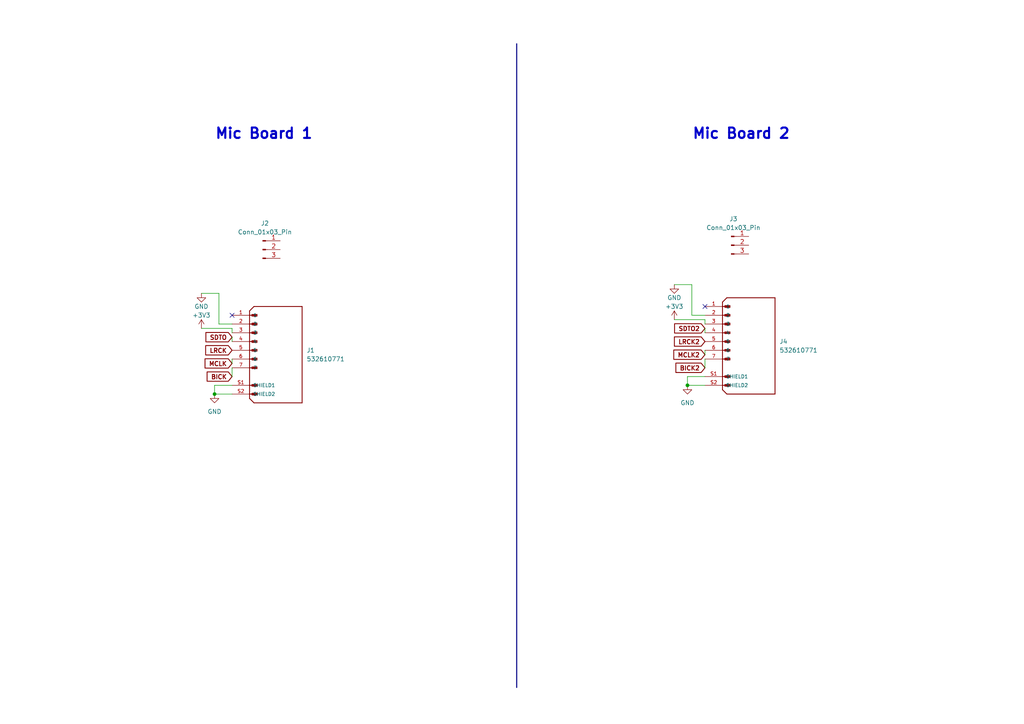
<source format=kicad_sch>
(kicad_sch (version 20230121) (generator eeschema)
  (paper "A4")
  (lib_symbols
    (symbol "532610771:532610771" (pin_names (offset 1.016))
      (property "Reference" "J" (at -7.62 13.97 0))
      (property "Value" "532610771" (at -7.62 -17.78 0))
      (symbol "532610771_0_0"
        (rectangle (start -6.985 -13.0175) (end -5.3975 -12.3825) (stroke (width 0.1)) (fill (type outline)))
        (rectangle (start -6.985 -10.4775) (end -5.3975 -9.8425) (stroke (width 0.1)) (fill (type outline)))
        (rectangle (start -6.985 -5.3975) (end -5.3975 -4.7625) (stroke (width 0.1)) (fill (type outline)))
        (rectangle (start -6.985 -2.8575) (end -5.3975 -2.2225) (stroke (width 0.1)) (fill (type outline)))
        (rectangle (start -6.985 -0.3175) (end -5.3975 0.3175) (stroke (width 0.1)) (fill (type outline)))
        (rectangle (start -6.985 2.2225) (end -5.3975 2.8575) (stroke (width 0.1)) (fill (type outline)))
        (rectangle (start -6.985 4.7625) (end -5.3975 5.3975) (stroke (width 0.1)) (fill (type outline)))
        (rectangle (start -6.985 7.3025) (end -5.3975 7.9375) (stroke (width 0.1)) (fill (type outline)))
        (rectangle (start -6.985 9.8425) (end -5.3975 10.4775) (stroke (width 0.1)) (fill (type outline)))
        (polyline (pts (xy -7.62 -13.97) (xy -6.35 -15.24)) (stroke (width 0.254)))
        (polyline (pts (xy -7.62 -12.7) (xy -5.715 -12.7)) (stroke (width 0.254)))
        (polyline (pts (xy -7.62 -10.16) (xy -5.715 -10.16)) (stroke (width 0.254)))
        (polyline (pts (xy -7.62 -5.08) (xy -5.715 -5.08)) (stroke (width 0.254)))
        (polyline (pts (xy -7.62 -2.54) (xy -5.715 -2.54)) (stroke (width 0.254)))
        (polyline (pts (xy -7.62 0) (xy -5.715 0)) (stroke (width 0.254)))
        (polyline (pts (xy -7.62 2.54) (xy -5.715 2.54)) (stroke (width 0.254)))
        (polyline (pts (xy -7.62 5.08) (xy -5.715 5.08)) (stroke (width 0.254)))
        (polyline (pts (xy -7.62 7.62) (xy -5.715 7.62)) (stroke (width 0.254)))
        (polyline (pts (xy -7.62 10.16) (xy -5.715 10.16)) (stroke (width 0.254)))
        (polyline (pts (xy -7.62 11.43) (xy -7.62 -13.97)) (stroke (width 0.254)))
        (polyline (pts (xy -7.62 11.43) (xy -6.35 12.7)) (stroke (width 0.254)))
        (polyline (pts (xy -6.35 -15.24) (xy 7.62 -15.24)) (stroke (width 0.254)))
        (polyline (pts (xy 7.62 -15.24) (xy 7.62 12.7)) (stroke (width 0.254)))
        (polyline (pts (xy 7.62 12.7) (xy -6.35 12.7)) (stroke (width 0.254)))
        (pin passive line (at -12.7 10.16 0) (length 5.08) (name "1") (number "1"))
        (pin passive line (at -12.7 7.62 0) (length 5.08) (name "2") (number "2"))
        (pin passive line (at -12.7 5.08 0) (length 5.08) (name "3") (number "3"))
        (pin passive line (at -12.7 2.54 0) (length 5.08) (name "4") (number "4"))
        (pin passive line (at -12.7 0 0) (length 5.08) (name "5") (number "5"))
        (pin passive line (at -12.7 -2.54 0) (length 5.08) (name "6") (number "6"))
        (pin passive line (at -12.7 -5.08 0) (length 5.08) (name "7") (number "7"))
        (pin passive line (at -12.7 -10.16 0) (length 5.08) (name "SHIELD1") (number "S1"))
        (pin passive line (at -12.7 -12.7 0) (length 5.08) (name "SHIELD2") (number "S2"))
      )
    )
    (symbol "Connector:Conn_01x03_Pin" (pin_names (offset 1.016) hide)
      (property "Reference" "J" (at 0 5.08 0))
      (property "Value" "Conn_01x03_Pin" (at 0 -5.08 0))
      (symbol "Conn_01x03_Pin_1_1"
        (polyline (pts (xy 1.27 -2.54) (xy 0.8636 -2.54)) (stroke (width 0.1524)))
        (polyline (pts (xy 1.27 0) (xy 0.8636 0)) (stroke (width 0.1524)))
        (polyline (pts (xy 1.27 2.54) (xy 0.8636 2.54)) (stroke (width 0.1524)))
        (rectangle (start 0.8636 -2.413) (end 0 -2.667) (stroke (width 0.1524)) (fill (type outline)))
        (rectangle (start 0.8636 0.127) (end 0 -0.127) (stroke (width 0.1524)) (fill (type outline)))
        (rectangle (start 0.8636 2.667) (end 0 2.413) (stroke (width 0.1524)) (fill (type outline)))
        (pin passive line (at 5.08 2.54 180) (length 3.81) (name "Pin_1") (number "1"))
        (pin passive line (at 5.08 0 180) (length 3.81) (name "Pin_2") (number "2"))
        (pin passive line (at 5.08 -2.54 180) (length 3.81) (name "Pin_3") (number "3"))
      )
    )
    (symbol "power:+3V3" (power) (pin_names (offset 0))
      (property "Value" "+3V3" (at 0 3.556 0))
      (symbol "+3V3_0_1"
        (polyline (pts (xy -0.762 1.27) (xy 0 2.54)))
        (polyline (pts (xy 0 0) (xy 0 2.54)))
        (polyline (pts (xy 0 2.54) (xy 0.762 1.27)))
      )
      (symbol "+3V3_1_1"
        (pin power_in line (at 0 0 90) (length 0) hide (name "+3V3") (number "1"))
      )
    )
    (symbol "power:GND" (power) (pin_names (offset 0))
      (property "Value" "GND" (at 0 -3.81 0))
      (symbol "GND_0_1"
        (polyline (pts (xy 0 0) (xy 0 -1.27) (xy 1.27 -1.27) (xy 0 -2.54) (xy -1.27 -1.27) (xy 0 -1.27)))
      )
      (symbol "GND_1_1"
        (pin power_in line (at 0 0 270) (length 0) hide (name "GND") (number "1"))
      )
    )
  )
  (junction (at 199.39 111.76))
  (junction (at 62.23 114.3))
  (no_connect (at 67.31 91.44))
  (no_connect (at 204.47 88.9))
  (wire (pts (xy 204.47 109.22) (xy 199.39 109.22)))
  (wire (pts (xy 199.39 109.22) (xy 199.39 111.76)))
  (wire (pts (xy 200.66 82.55) (xy 195.58 82.55)))
  (wire (pts (xy 204.47 91.44) (xy 200.66 91.44)))
  (wire (pts (xy 195.58 92.71) (xy 204.47 92.71)))
  (wire (pts (xy 67.31 109.22) (xy 67.31 106.68)))
  (wire (pts (xy 67.31 97.79) (xy 67.31 99.06)))
  (bus (pts (xy 149.86 12.7) (xy 149.86 199.39)))
  (wire (pts (xy 62.23 111.76) (xy 62.23 114.3)))
  (wire (pts (xy 62.23 114.3) (xy 67.31 114.3)))
  (wire (pts (xy 204.47 102.87) (xy 204.47 101.6)))
  (wire (pts (xy 204.47 92.71) (xy 204.47 93.98)))
  (wire (pts (xy 67.31 93.98) (xy 63.5 93.98)))
  (wire (pts (xy 200.66 91.44) (xy 200.66 82.55)))
  (wire (pts (xy 63.5 93.98) (xy 63.5 85.09)))
  (wire (pts (xy 67.31 111.76) (xy 62.23 111.76)))
  (wire (pts (xy 204.47 106.68) (xy 204.47 104.14)))
  (wire (pts (xy 204.47 95.25) (xy 204.47 96.52)))
  (wire (pts (xy 58.42 95.25) (xy 67.31 95.25)))
  (wire (pts (xy 199.39 111.76) (xy 204.47 111.76)))
  (wire (pts (xy 67.31 105.41) (xy 67.31 104.14)))
  (wire (pts (xy 67.31 95.25) (xy 67.31 96.52)))
  (wire (pts (xy 63.5 85.09) (xy 58.42 85.09)))
  (text "Mic Board 1" (at 62.23 40.64 0) (effects (font (size 3 3) (thickness 0.6) bold) (justify left bottom)))
  (text "Mic Board 2" (at 200.66 40.64 0) (effects (font (size 3 3) (thickness 0.6) bold) (justify left bottom)))
  (global_label "MCLK2" (shape input) (at 204.47 102.87 180) (effects (font bold)) (property "Intersheetrefs" "${INTERSHEET_REFS}" (effects hide)))
  (global_label "LRCK" (shape input) (at 67.31 101.6 180) (effects (font bold)) (property "Intersheetrefs" "${INTERSHEET_REFS}" (effects hide)))
  (global_label "SDTO" (shape input) (at 67.31 97.79 180) (effects (font bold)) (property "Intersheetrefs" "${INTERSHEET_REFS}" (effects hide)))
  (global_label "LRCK2" (shape input) (at 204.47 99.06 180) (effects (font bold)) (property "Intersheetrefs" "${INTERSHEET_REFS}" (effects hide)))
  (global_label "MCLK" (shape input) (at 67.31 105.41 180) (effects (font bold)) (property "Intersheetrefs" "${INTERSHEET_REFS}" (effects hide)))
  (global_label "BICK" (shape input) (at 67.31 109.22 180) (effects (font bold)) (property "Intersheetrefs" "${INTERSHEET_REFS}" (effects hide)))
  (global_label "BICK2" (shape input) (at 204.47 106.68 180) (effects (font bold)) (property "Intersheetrefs" "${INTERSHEET_REFS}" (effects hide)))
  (global_label "SDTO2" (shape input) (at 204.47 95.25 180) (effects (font bold)) (property "Intersheetrefs" "${INTERSHEET_REFS}" (effects hide)))
  (symbol (lib_id "532610771:532610771") (at 217.17 99.06 0) (unit 1)
    (property "Reference" "J4" (at 226.06 99.06 0) (effects (justify left)))
    (property "Value" "532610771" (at 226.06 101.6 0) (effects (justify left)))
    (property "Footprint" "CSTAR-MainBoard-Footprints:MOLEX_532610771" (effects hide))
    (property "DigiKey_Part_Number" "WM7625TR-ND" (effects hide))
    (property "MF" "Molex" (effects hide))
    (property "MAXIMUM_PACKAGE_HEIGHT" "3.4 mm" (effects hide))
    (property "Package" "None" (effects hide))
    (property "Check_prices" "https://www.snapeda.com/parts/0532610771/Molex/view-part/?ref=eda" (effects hide))
    (property "STANDARD" "Manufacturer Recommendations" (effects hide))
    (property "PARTREV" "J" (effects hide))
    (property "SnapEDA_Link" "https://www.snapeda.com/parts/0532610771/Molex/view-part/?ref=snap" (effects hide))
    (property "MP" "0532610771" (effects hide))
    (property "Purchase-URL" "https://www.snapeda.com/api/url_track_click_mouser/?unipart_id=577144&manufacturer=Molex&part_name=0532610771&search_term=None" (effects hide))
    (property "Description" "\nPicoblade Connector, 7 Circuit Single Row, Right Angle Surface Mount SMT PCB\n" (effects hide))
    (property "MANUFACTURER" "Molex" (effects hide))
  )
  (symbol (lib_id "power:+3V3") (at 58.42 95.25 0) (unit 1)
    (property "Reference" "#PWR02" (effects hide))
    (property "Value" "+3V3" (at 58.42 91.44 0))
  )
  (symbol (lib_id "power:GND") (at 62.23 114.3 0) (unit 1)
    (property "Reference" "#PWR05" (effects hide))
    (property "Value" "GND" (at 62.23 119.38 0))
  )
  (symbol (lib_id "Connector:Conn_01x03_Pin") (at 212.09 71.12 0) (unit 1)
    (property "Reference" "J3" (at 212.725 63.5 0))
    (property "Value" "Conn_01x03_Pin" (at 212.725 66.04 0))
    (property "Footprint" "Connector_Phoenix_SPT:PhoenixContact_SPT_1.5_9-H-3.5_1x09_P3.5mm_Horizontal" (effects hide))
  )
  (symbol (lib_id "Connector:Conn_01x03_Pin") (at 76.2 72.39 0) (unit 1)
    (property "Reference" "J2" (at 76.835 64.77 0))
    (property "Value" "Conn_01x03_Pin" (at 76.835 67.31 0))
    (property "Footprint" "Connector_Phoenix_SPT:PhoenixContact_SPT_1.5_9-H-3.5_1x09_P3.5mm_Horizontal" (effects hide))
  )
  (symbol (lib_id "power:GND") (at 58.42 85.09 0) (unit 1)
    (property "Reference" "#PWR01" (effects hide))
    (property "Value" "GND" (at 58.42 88.9 0))
  )
  (symbol (lib_id "power:GND") (at 195.58 82.55 0) (unit 1)
    (property "Reference" "#PWR07" (effects hide))
    (property "Value" "GND" (at 195.58 86.36 0))
  )
  (symbol (lib_id "power:GND") (at 199.39 111.76 0) (unit 1)
    (property "Reference" "#PWR09" (effects hide))
    (property "Value" "GND" (at 199.39 116.84 0))
  )
  (symbol (lib_id "power:+3V3") (at 195.58 92.71 0) (unit 1)
    (property "Reference" "#PWR08" (effects hide))
    (property "Value" "+3V3" (at 195.58 88.9 0))
  )
  (symbol (lib_id "532610771:532610771") (at 80.01 101.6 0) (unit 1)
    (property "Reference" "J1" (at 88.9 101.6 0) (effects (justify left)))
    (property "Value" "532610771" (at 88.9 104.14 0) (effects (justify left)))
    (property "Footprint" "CSTAR-MainBoard-Footprints:MOLEX_532610771" (effects hide))
    (property "DigiKey_Part_Number" "WM7625TR-ND" (effects hide))
    (property "MF" "Molex" (effects hide))
    (property "MAXIMUM_PACKAGE_HEIGHT" "3.4 mm" (effects hide))
    (property "Package" "None" (effects hide))
    (property "Check_prices" "https://www.snapeda.com/parts/0532610771/Molex/view-part/?ref=eda" (effects hide))
    (property "STANDARD" "Manufacturer Recommendations" (effects hide))
    (property "PARTREV" "J" (effects hide))
    (property "SnapEDA_Link" "https://www.snapeda.com/parts/0532610771/Molex/view-part/?ref=snap" (effects hide))
    (property "MP" "0532610771" (effects hide))
    (property "Purchase-URL" "https://www.snapeda.com/api/url_track_click_mouser/?unipart_id=577144&manufacturer=Molex&part_name=0532610771&search_term=None" (effects hide))
    (property "Description" "\nPicoblade Connector, 7 Circuit Single Row, Right Angle Surface Mount SMT PCB\n" (effects hide))
    (property "MANUFACTURER" "Molex" (effects hide))
  )
)
</source>
